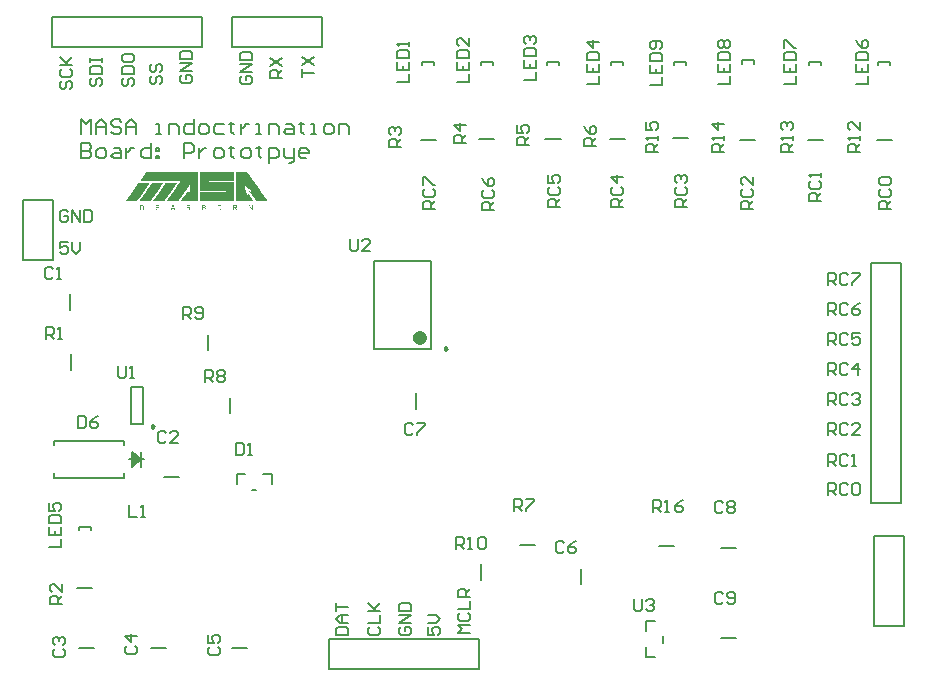
<source format=gto>
G04*
G04 #@! TF.GenerationSoftware,Altium Limited,Altium Designer,20.1.14 (287)*
G04*
G04 Layer_Color=65535*
%FSLAX25Y25*%
%MOIN*%
G70*
G04*
G04 #@! TF.SameCoordinates,77D899AC-DA5C-4649-B6D6-03D989B7329D*
G04*
G04*
G04 #@! TF.FilePolarity,Positive*
G04*
G01*
G75*
%ADD10C,0.02362*%
%ADD11C,0.00984*%
%ADD12C,0.00787*%
%ADD13C,0.00600*%
%ADD14C,0.00800*%
G36*
X459244Y289569D02*
X459353D01*
Y289460D01*
X459461D01*
Y289352D01*
X459570D01*
Y289243D01*
Y289135D01*
X459678D01*
Y289026D01*
X459787D01*
Y288918D01*
Y288809D01*
X459896D01*
Y288700D01*
X460004D01*
Y288592D01*
Y288483D01*
X460113D01*
Y288375D01*
X460221D01*
Y288266D01*
X460330D01*
Y288158D01*
Y288049D01*
X460438D01*
Y287940D01*
X460547D01*
Y287832D01*
Y287723D01*
X460656D01*
Y287615D01*
X460764D01*
Y287506D01*
X460873D01*
Y287398D01*
Y287289D01*
X460981D01*
Y287180D01*
X461090D01*
Y287072D01*
Y286963D01*
X461199D01*
Y286855D01*
X461307D01*
Y286746D01*
X461416D01*
Y286637D01*
Y286529D01*
X461524D01*
Y286420D01*
X461633D01*
Y286312D01*
Y286203D01*
X461741D01*
Y286094D01*
X461850D01*
Y285986D01*
Y285877D01*
X461959D01*
Y285769D01*
X462067D01*
Y285660D01*
X462176D01*
Y285552D01*
Y285443D01*
X462284D01*
Y285334D01*
X462393D01*
Y285226D01*
Y285117D01*
X462501D01*
Y285009D01*
X462610D01*
Y284900D01*
Y284792D01*
X462719D01*
Y284683D01*
X462827D01*
Y284574D01*
X462936D01*
Y284466D01*
Y284357D01*
X463044D01*
Y284249D01*
X463153D01*
Y284140D01*
Y284032D01*
X463262D01*
Y283923D01*
X463370D01*
Y283814D01*
X463479D01*
Y283706D01*
Y283597D01*
X463587D01*
Y283489D01*
X463696D01*
Y283380D01*
Y283272D01*
X463804D01*
Y283163D01*
X463913D01*
Y283054D01*
Y282946D01*
X464022D01*
Y282837D01*
X464130D01*
Y282729D01*
X464239D01*
Y282620D01*
Y282511D01*
X464347D01*
Y282403D01*
X464456D01*
Y282294D01*
Y282186D01*
X464565D01*
Y282077D01*
X464673D01*
Y281968D01*
X464782D01*
Y281860D01*
Y281751D01*
X464890D01*
Y281643D01*
X464999D01*
Y281534D01*
Y281426D01*
X465107D01*
Y281317D01*
X465216D01*
Y281208D01*
Y281100D01*
X465325D01*
Y280991D01*
X465433D01*
Y280883D01*
X465542D01*
Y280774D01*
Y280665D01*
X465650D01*
Y280557D01*
X465759D01*
Y280448D01*
Y280340D01*
X465868D01*
Y280231D01*
X462067D01*
Y280340D01*
X461959D01*
Y280448D01*
Y280557D01*
X461850D01*
Y280665D01*
X461741D01*
Y280774D01*
Y280883D01*
X461633D01*
Y280991D01*
X461524D01*
Y281100D01*
X461416D01*
Y281208D01*
Y281317D01*
X461307D01*
Y281426D01*
X461199D01*
Y281534D01*
Y281643D01*
X461090D01*
Y281751D01*
X460981D01*
Y281860D01*
Y281968D01*
X460873D01*
Y282077D01*
X460764D01*
Y282186D01*
X460656D01*
Y282294D01*
Y282403D01*
X460547D01*
Y282511D01*
X460438D01*
Y282620D01*
Y282729D01*
X460330D01*
Y282837D01*
X460221D01*
Y282946D01*
Y283054D01*
X460113D01*
Y283163D01*
X460004D01*
Y283272D01*
X459896D01*
Y283380D01*
X460113D01*
Y283272D01*
X460330D01*
Y283163D01*
X460547D01*
Y283054D01*
X460656D01*
Y283163D01*
X460547D01*
Y283272D01*
Y283380D01*
X460438D01*
Y283489D01*
Y283597D01*
X460330D01*
Y283706D01*
Y283814D01*
X460221D01*
Y283923D01*
X460004D01*
Y284032D01*
X459787D01*
Y284140D01*
X459570D01*
Y284249D01*
X459461D01*
Y284357D01*
Y284466D01*
X459353D01*
Y284574D01*
X459244D01*
Y284683D01*
X459135D01*
Y284792D01*
X459027D01*
Y284900D01*
X458810D01*
Y285009D01*
X458593D01*
Y285117D01*
X458376D01*
Y285226D01*
X458267D01*
Y285117D01*
Y285009D01*
Y284900D01*
Y284792D01*
Y284683D01*
Y284574D01*
Y284466D01*
Y284357D01*
X458376D01*
Y284249D01*
Y284140D01*
Y284032D01*
X458484D01*
Y283923D01*
Y283814D01*
X458593D01*
Y283706D01*
Y283597D01*
X458701D01*
Y283489D01*
Y283380D01*
Y283272D01*
Y283163D01*
Y283054D01*
X458593D01*
Y282946D01*
X458701D01*
Y282837D01*
X458810D01*
Y282729D01*
X458918D01*
Y282620D01*
X459027D01*
Y282511D01*
Y282403D01*
X459135D01*
Y282294D01*
X459353D01*
Y282403D01*
Y282511D01*
Y282620D01*
Y282729D01*
Y282837D01*
X459461D01*
Y282729D01*
X459570D01*
Y282620D01*
Y282511D01*
X459678D01*
Y282403D01*
X459787D01*
Y282294D01*
Y282186D01*
X459896D01*
Y282077D01*
X460004D01*
Y281968D01*
Y281860D01*
X460113D01*
Y281751D01*
X460221D01*
Y281643D01*
Y281534D01*
X460330D01*
Y281426D01*
X460438D01*
Y281317D01*
Y281208D01*
X460547D01*
Y281100D01*
X460656D01*
Y280991D01*
Y280883D01*
X460764D01*
Y280774D01*
X460873D01*
Y280665D01*
Y280557D01*
X460981D01*
Y280448D01*
X461090D01*
Y280340D01*
Y280231D01*
X455552D01*
Y280340D01*
Y280448D01*
Y280557D01*
Y280665D01*
Y280774D01*
Y280883D01*
Y280991D01*
Y281100D01*
Y281208D01*
Y281317D01*
Y281426D01*
Y281534D01*
Y281643D01*
Y281751D01*
Y281860D01*
Y281968D01*
Y282077D01*
Y282186D01*
Y282294D01*
Y282403D01*
Y282511D01*
Y282620D01*
Y282729D01*
Y282837D01*
Y282946D01*
Y283054D01*
Y283163D01*
Y283272D01*
Y283380D01*
Y283489D01*
Y283597D01*
Y283706D01*
Y283814D01*
Y283923D01*
Y284032D01*
Y284140D01*
Y284249D01*
Y284357D01*
Y284466D01*
Y284574D01*
Y284683D01*
Y284792D01*
Y284900D01*
Y285009D01*
Y285117D01*
Y285226D01*
Y285334D01*
Y285443D01*
Y285552D01*
Y285660D01*
Y285769D01*
Y285877D01*
Y285986D01*
Y286094D01*
Y286203D01*
Y286312D01*
Y286420D01*
Y286529D01*
Y286637D01*
Y286746D01*
Y286855D01*
Y286963D01*
Y287072D01*
Y287180D01*
Y287289D01*
Y287398D01*
Y287506D01*
Y287615D01*
Y287723D01*
Y287832D01*
Y287940D01*
Y288049D01*
Y288158D01*
Y288266D01*
Y288375D01*
Y288483D01*
Y288592D01*
Y288700D01*
Y288809D01*
Y288918D01*
Y289026D01*
Y289135D01*
Y289243D01*
Y289352D01*
Y289460D01*
Y289569D01*
Y289678D01*
X459244D01*
Y289569D01*
D02*
G37*
G36*
X454901D02*
Y289460D01*
Y289352D01*
Y289243D01*
Y289135D01*
Y289026D01*
Y288918D01*
Y288809D01*
Y288700D01*
Y288592D01*
Y288483D01*
Y288375D01*
Y288266D01*
Y288158D01*
Y288049D01*
Y287940D01*
Y287832D01*
Y287723D01*
Y287615D01*
Y287506D01*
Y287398D01*
Y287289D01*
Y287180D01*
Y287072D01*
Y286963D01*
Y286855D01*
X446432D01*
Y286746D01*
Y286637D01*
Y286529D01*
Y286420D01*
X454901D01*
Y286312D01*
Y286203D01*
Y286094D01*
Y285986D01*
Y285877D01*
Y285769D01*
Y285660D01*
Y285552D01*
Y285443D01*
Y285334D01*
Y285226D01*
Y285117D01*
Y285009D01*
Y284900D01*
Y284792D01*
Y284683D01*
Y284574D01*
Y284466D01*
Y284357D01*
Y284249D01*
Y284140D01*
Y284032D01*
Y283923D01*
Y283814D01*
Y283706D01*
Y283597D01*
Y283489D01*
Y283380D01*
Y283272D01*
Y283163D01*
Y283054D01*
Y282946D01*
Y282837D01*
Y282729D01*
Y282620D01*
Y282511D01*
Y282403D01*
Y282294D01*
Y282186D01*
Y282077D01*
Y281968D01*
Y281860D01*
Y281751D01*
Y281643D01*
Y281534D01*
Y281426D01*
Y281317D01*
Y281208D01*
Y281100D01*
Y280991D01*
Y280883D01*
Y280774D01*
Y280665D01*
Y280557D01*
Y280448D01*
Y280340D01*
Y280231D01*
X443500D01*
Y280340D01*
Y280448D01*
Y280557D01*
Y280665D01*
Y280774D01*
Y280883D01*
Y280991D01*
Y281100D01*
Y281208D01*
Y281317D01*
Y281426D01*
Y281534D01*
Y281643D01*
Y281751D01*
Y281860D01*
Y281968D01*
Y282077D01*
Y282186D01*
Y282294D01*
Y282403D01*
Y282511D01*
Y282620D01*
Y282729D01*
Y282837D01*
Y282946D01*
Y283054D01*
Y283163D01*
X451969D01*
Y283272D01*
Y283380D01*
Y283489D01*
X443500D01*
Y283597D01*
Y283706D01*
Y283814D01*
Y283923D01*
Y284032D01*
Y284140D01*
Y284249D01*
Y284357D01*
Y284466D01*
Y284574D01*
Y284683D01*
Y284792D01*
Y284900D01*
Y285009D01*
Y285117D01*
Y285226D01*
Y285334D01*
Y285443D01*
Y285552D01*
Y285660D01*
Y285769D01*
Y285877D01*
Y285986D01*
Y286094D01*
Y286203D01*
Y286312D01*
Y286420D01*
Y286529D01*
Y286637D01*
Y286746D01*
Y286855D01*
Y286963D01*
Y287072D01*
Y287180D01*
Y287289D01*
Y287398D01*
Y287506D01*
Y287615D01*
Y287723D01*
Y287832D01*
Y287940D01*
Y288049D01*
Y288158D01*
Y288266D01*
Y288375D01*
Y288483D01*
Y288592D01*
Y288700D01*
Y288809D01*
Y288918D01*
Y289026D01*
Y289135D01*
Y289243D01*
Y289352D01*
Y289460D01*
Y289569D01*
Y289678D01*
X454901D01*
Y289569D01*
D02*
G37*
G36*
X442848D02*
Y289460D01*
Y289352D01*
Y289243D01*
Y289135D01*
Y289026D01*
Y288918D01*
Y288809D01*
Y288700D01*
Y288592D01*
Y288483D01*
Y288375D01*
Y288266D01*
Y288158D01*
Y288049D01*
Y287940D01*
Y287832D01*
Y287723D01*
Y287615D01*
Y287506D01*
Y287398D01*
Y287289D01*
Y287180D01*
Y287072D01*
Y286963D01*
Y286855D01*
Y286746D01*
Y286637D01*
Y286529D01*
Y286420D01*
Y286312D01*
Y286203D01*
Y286094D01*
Y285986D01*
Y285877D01*
Y285769D01*
Y285660D01*
Y285552D01*
Y285443D01*
Y285334D01*
Y285226D01*
Y285117D01*
Y285009D01*
Y284900D01*
Y284792D01*
Y284683D01*
Y284574D01*
Y284466D01*
Y284357D01*
Y284249D01*
Y284140D01*
Y284032D01*
Y283923D01*
Y283814D01*
Y283706D01*
Y283597D01*
Y283489D01*
Y283380D01*
Y283272D01*
Y283163D01*
Y283054D01*
Y282946D01*
Y282837D01*
Y282729D01*
Y282620D01*
Y282511D01*
Y282403D01*
Y282294D01*
Y282186D01*
Y282077D01*
Y281968D01*
Y281860D01*
Y281751D01*
Y281643D01*
Y281534D01*
Y281426D01*
Y281317D01*
Y281208D01*
Y281100D01*
Y280991D01*
Y280883D01*
Y280774D01*
Y280665D01*
Y280557D01*
Y280448D01*
Y280340D01*
Y280231D01*
X437094D01*
Y280340D01*
X437202D01*
Y280448D01*
Y280557D01*
X437311D01*
Y280665D01*
X437420D01*
Y280774D01*
Y280883D01*
X437528D01*
Y280991D01*
X437637D01*
Y281100D01*
X437745D01*
Y281208D01*
Y281317D01*
X437854D01*
Y281426D01*
X437962D01*
Y281534D01*
Y281643D01*
X438071D01*
Y281751D01*
X438180D01*
Y281860D01*
X438288D01*
Y281968D01*
Y282077D01*
X438397D01*
Y282186D01*
X438505D01*
Y282294D01*
X438614D01*
Y282403D01*
Y282511D01*
X438723D01*
Y282620D01*
X438831D01*
Y282729D01*
Y282837D01*
X438940D01*
Y282946D01*
X439048D01*
Y283054D01*
X439157D01*
Y283163D01*
X440025D01*
Y283272D01*
Y283380D01*
Y283489D01*
Y283597D01*
Y283706D01*
Y283814D01*
Y283923D01*
Y284032D01*
Y284140D01*
Y284249D01*
Y284357D01*
Y284466D01*
Y284574D01*
Y284683D01*
Y284792D01*
Y284900D01*
Y285009D01*
Y285117D01*
Y285226D01*
Y285334D01*
Y285443D01*
Y285552D01*
X439917D01*
Y285443D01*
Y285334D01*
X439808D01*
Y285226D01*
X439700D01*
Y285117D01*
Y285009D01*
X439591D01*
Y284900D01*
X439482D01*
Y284792D01*
X439374D01*
Y284683D01*
Y284574D01*
X439265D01*
Y284466D01*
X439157D01*
Y284357D01*
Y284249D01*
X439048D01*
Y284140D01*
X438940D01*
Y284032D01*
Y283923D01*
X438831D01*
Y283814D01*
X438723D01*
Y283706D01*
Y283597D01*
X438614D01*
Y283489D01*
X438505D01*
Y283380D01*
Y283272D01*
X438397D01*
Y283163D01*
X438288D01*
Y283054D01*
X438180D01*
Y282946D01*
Y282837D01*
X438071D01*
Y282729D01*
X437962D01*
Y282620D01*
Y282511D01*
X437854D01*
Y282403D01*
X437745D01*
Y282294D01*
Y282186D01*
X437637D01*
Y282077D01*
X437528D01*
Y281968D01*
Y281860D01*
X437420D01*
Y281751D01*
X437311D01*
Y281643D01*
Y281534D01*
X437202D01*
Y281426D01*
X437094D01*
Y281317D01*
X436985D01*
Y281208D01*
Y281100D01*
X436877D01*
Y280991D01*
X436768D01*
Y280883D01*
Y280774D01*
X436659D01*
Y280665D01*
X436551D01*
Y280557D01*
Y280448D01*
X436442D01*
Y280340D01*
X436334D01*
Y280231D01*
X432425D01*
Y280340D01*
X432533D01*
Y280448D01*
Y280557D01*
X432642D01*
Y280665D01*
X432751D01*
Y280774D01*
X432859D01*
Y280883D01*
Y280991D01*
X432968D01*
Y281100D01*
X433076D01*
Y281208D01*
Y281317D01*
X433185D01*
Y281426D01*
X433293D01*
Y281534D01*
Y281643D01*
X433402D01*
Y281751D01*
X433511D01*
Y281860D01*
X433619D01*
Y281968D01*
Y282077D01*
X433728D01*
Y282186D01*
X433836D01*
Y282294D01*
Y282403D01*
X433945D01*
Y282511D01*
X434054D01*
Y282620D01*
Y282729D01*
X434162D01*
Y282837D01*
X434271D01*
Y282946D01*
X434379D01*
Y283054D01*
Y283163D01*
X434488D01*
Y283272D01*
X434596D01*
Y283380D01*
Y283489D01*
X434705D01*
Y283597D01*
X434814D01*
Y283706D01*
Y283814D01*
X434922D01*
Y283923D01*
X435031D01*
Y284032D01*
Y284140D01*
X435139D01*
Y284249D01*
X435248D01*
Y284357D01*
X435357D01*
Y284466D01*
Y284574D01*
X435465D01*
Y284683D01*
X435574D01*
Y284792D01*
Y284900D01*
X435682D01*
Y285009D01*
X435791D01*
Y285117D01*
X435899D01*
Y285226D01*
Y285334D01*
X436008D01*
Y285443D01*
X436117D01*
Y285552D01*
Y285660D01*
X436225D01*
Y285769D01*
X436334D01*
Y285877D01*
Y285986D01*
X436442D01*
Y286094D01*
X436551D01*
Y286203D01*
X436659D01*
Y286312D01*
Y286420D01*
X436768D01*
Y286529D01*
X436877D01*
Y286637D01*
Y286746D01*
X436985D01*
Y286855D01*
X423521D01*
Y286963D01*
X423630D01*
Y287072D01*
Y287180D01*
X423738D01*
Y287289D01*
X423847D01*
Y287398D01*
Y287506D01*
X423956D01*
Y287615D01*
X424064D01*
Y287723D01*
X424173D01*
Y287832D01*
Y287940D01*
X424281D01*
Y288049D01*
X424390D01*
Y288158D01*
Y288266D01*
X424499D01*
Y288375D01*
X424607D01*
Y288483D01*
Y288592D01*
X424716D01*
Y288700D01*
X424824D01*
Y288809D01*
Y288918D01*
X424933D01*
Y289026D01*
X425041D01*
Y289135D01*
X425150D01*
Y289243D01*
Y289352D01*
X425259D01*
Y289460D01*
X425367D01*
Y289569D01*
Y289678D01*
X442848D01*
Y289569D01*
D02*
G37*
G36*
X435791Y286094D02*
X435682D01*
Y285986D01*
Y285877D01*
X435574D01*
Y285769D01*
X435465D01*
Y285660D01*
Y285552D01*
X435357D01*
Y285443D01*
X435248D01*
Y285334D01*
X435139D01*
Y285226D01*
Y285117D01*
X435031D01*
Y285009D01*
X434922D01*
Y284900D01*
Y284792D01*
X434814D01*
Y284683D01*
X434705D01*
Y284574D01*
X434596D01*
Y284466D01*
Y284357D01*
X434488D01*
Y284249D01*
X434379D01*
Y284140D01*
Y284032D01*
X434271D01*
Y283923D01*
X434162D01*
Y283814D01*
Y283706D01*
X434054D01*
Y283597D01*
X433945D01*
Y283489D01*
Y283380D01*
X433836D01*
Y283272D01*
X433728D01*
Y283163D01*
X433619D01*
Y283054D01*
Y282946D01*
X433511D01*
Y282837D01*
X433402D01*
Y282729D01*
Y282620D01*
X433293D01*
Y282511D01*
X433185D01*
Y282403D01*
X433076D01*
Y282294D01*
Y282186D01*
X432968D01*
Y282077D01*
X432859D01*
Y281968D01*
Y281860D01*
X432751D01*
Y281751D01*
X432642D01*
Y281643D01*
Y281534D01*
X432533D01*
Y281426D01*
X432425D01*
Y281317D01*
Y281208D01*
X432316D01*
Y281100D01*
X432208D01*
Y280991D01*
X432099D01*
Y280883D01*
Y280774D01*
X431990D01*
Y280665D01*
X431882D01*
Y280557D01*
Y280448D01*
X431773D01*
Y280340D01*
X431665D01*
Y280231D01*
X427865D01*
Y280340D01*
X427973D01*
Y280448D01*
X428082D01*
Y280557D01*
Y280665D01*
X428190D01*
Y280774D01*
X428299D01*
Y280883D01*
X428407D01*
Y280991D01*
Y281100D01*
X428516D01*
Y281208D01*
X428624D01*
Y281317D01*
Y281426D01*
X428733D01*
Y281534D01*
X428842D01*
Y281643D01*
Y281751D01*
X428950D01*
Y281860D01*
X429059D01*
Y281968D01*
Y282077D01*
X429167D01*
Y282186D01*
X429276D01*
Y282294D01*
X429385D01*
Y282403D01*
Y282511D01*
X429493D01*
Y282620D01*
X429602D01*
Y282729D01*
X429710D01*
Y282837D01*
Y282946D01*
X429819D01*
Y283054D01*
X429927D01*
Y283163D01*
Y283272D01*
X430036D01*
Y283380D01*
X430145D01*
Y283489D01*
Y283597D01*
X430253D01*
Y283706D01*
X430362D01*
Y283814D01*
X430470D01*
Y283923D01*
Y284032D01*
X430579D01*
Y284140D01*
X430688D01*
Y284249D01*
Y284357D01*
X430796D01*
Y284466D01*
X430905D01*
Y284574D01*
X431013D01*
Y284683D01*
Y284792D01*
X431122D01*
Y284900D01*
X431230D01*
Y285009D01*
Y285117D01*
X431339D01*
Y285226D01*
X431448D01*
Y285334D01*
X431556D01*
Y285443D01*
Y285552D01*
X431665D01*
Y285660D01*
X431773D01*
Y285769D01*
Y285877D01*
X431882D01*
Y285986D01*
X431990D01*
Y286094D01*
Y286203D01*
X435791D01*
Y286094D01*
D02*
G37*
G36*
X431230D02*
X431122D01*
Y285986D01*
X431013D01*
Y285877D01*
Y285769D01*
X430905D01*
Y285660D01*
X430796D01*
Y285552D01*
Y285443D01*
X430688D01*
Y285334D01*
X430579D01*
Y285226D01*
Y285117D01*
X430470D01*
Y285009D01*
X430362D01*
Y284900D01*
X430253D01*
Y284792D01*
Y284683D01*
X430145D01*
Y284574D01*
X430036D01*
Y284466D01*
Y284357D01*
X429927D01*
Y284249D01*
X429819D01*
Y284140D01*
Y284032D01*
X429710D01*
Y283923D01*
X429602D01*
Y283814D01*
X429493D01*
Y283706D01*
Y283597D01*
X429385D01*
Y283489D01*
X429276D01*
Y283380D01*
Y283272D01*
X429167D01*
Y283163D01*
X429059D01*
Y283054D01*
Y282946D01*
X428950D01*
Y282837D01*
X428842D01*
Y282729D01*
X428733D01*
Y282620D01*
Y282511D01*
X428624D01*
Y282403D01*
X428516D01*
Y282294D01*
Y282186D01*
X428407D01*
Y282077D01*
X428299D01*
Y281968D01*
Y281860D01*
X428190D01*
Y281751D01*
X428082D01*
Y281643D01*
X427973D01*
Y281534D01*
Y281426D01*
X427865D01*
Y281317D01*
X427756D01*
Y281208D01*
Y281100D01*
X427647D01*
Y280991D01*
X427539D01*
Y280883D01*
Y280774D01*
X427430D01*
Y280665D01*
X427322D01*
Y280557D01*
X427213D01*
Y280448D01*
Y280340D01*
X427104D01*
Y280231D01*
X423304D01*
Y280340D01*
X423413D01*
Y280448D01*
Y280557D01*
X423521D01*
Y280665D01*
X423630D01*
Y280774D01*
X423738D01*
Y280883D01*
Y280991D01*
X423847D01*
Y281100D01*
X423956D01*
Y281208D01*
Y281317D01*
X424064D01*
Y281426D01*
X424173D01*
Y281534D01*
X424281D01*
Y281643D01*
Y281751D01*
X424390D01*
Y281860D01*
X424499D01*
Y281968D01*
Y282077D01*
X424607D01*
Y282186D01*
X424716D01*
Y282294D01*
X424824D01*
Y282403D01*
Y282511D01*
X424933D01*
Y282620D01*
X425041D01*
Y282729D01*
Y282837D01*
X425150D01*
Y282946D01*
X425259D01*
Y283054D01*
Y283163D01*
X425367D01*
Y283272D01*
X425476D01*
Y283380D01*
X425584D01*
Y283489D01*
Y283597D01*
X425693D01*
Y283706D01*
X425802D01*
Y283814D01*
Y283923D01*
X425910D01*
Y284032D01*
X426019D01*
Y284140D01*
X426127D01*
Y284249D01*
Y284357D01*
X426236D01*
Y284466D01*
X426344D01*
Y284574D01*
Y284683D01*
X426453D01*
Y284792D01*
X426561D01*
Y284900D01*
X426670D01*
Y285009D01*
Y285117D01*
X426779D01*
Y285226D01*
X426887D01*
Y285334D01*
Y285443D01*
X426996D01*
Y285552D01*
X427104D01*
Y285660D01*
X427213D01*
Y285769D01*
Y285877D01*
X427322D01*
Y285986D01*
X427430D01*
Y286094D01*
Y286203D01*
X431230D01*
Y286094D01*
D02*
G37*
G36*
X426670D02*
Y285986D01*
X426561D01*
Y285877D01*
X426453D01*
Y285769D01*
X426344D01*
Y285660D01*
Y285552D01*
X426236D01*
Y285443D01*
X426127D01*
Y285334D01*
Y285226D01*
X426019D01*
Y285117D01*
X425910D01*
Y285009D01*
Y284900D01*
X425802D01*
Y284792D01*
X425693D01*
Y284683D01*
X425584D01*
Y284574D01*
Y284466D01*
X425476D01*
Y284357D01*
X425367D01*
Y284249D01*
Y284140D01*
X425259D01*
Y284032D01*
X425150D01*
Y283923D01*
Y283814D01*
X425041D01*
Y283706D01*
X424933D01*
Y283597D01*
X424824D01*
Y283489D01*
Y283380D01*
X424716D01*
Y283272D01*
X424607D01*
Y283163D01*
Y283054D01*
X424499D01*
Y282946D01*
X424390D01*
Y282837D01*
Y282729D01*
X424281D01*
Y282620D01*
X424173D01*
Y282511D01*
X424064D01*
Y282403D01*
Y282294D01*
X423956D01*
Y282186D01*
X423847D01*
Y282077D01*
Y281968D01*
X423738D01*
Y281860D01*
X423630D01*
Y281751D01*
Y281643D01*
X423521D01*
Y281534D01*
X423413D01*
Y281426D01*
X423304D01*
Y281317D01*
Y281208D01*
X423196D01*
Y281100D01*
X423087D01*
Y280991D01*
Y280883D01*
X422978D01*
Y280774D01*
X422870D01*
Y280665D01*
Y280557D01*
X422761D01*
Y280448D01*
X422653D01*
Y280340D01*
X422544D01*
Y280231D01*
X418852D01*
Y280340D01*
Y280448D01*
X418961D01*
Y280557D01*
X419069D01*
Y280665D01*
Y280774D01*
X419178D01*
Y280883D01*
X419287D01*
Y280991D01*
Y281100D01*
X419395D01*
Y281208D01*
X419504D01*
Y281317D01*
X419612D01*
Y281426D01*
Y281534D01*
X419721D01*
Y281643D01*
X419830D01*
Y281751D01*
Y281860D01*
X419938D01*
Y281968D01*
X420047D01*
Y282077D01*
X420155D01*
Y282186D01*
Y282294D01*
X420264D01*
Y282403D01*
X420372D01*
Y282511D01*
Y282620D01*
X420481D01*
Y282729D01*
X420590D01*
Y282837D01*
Y282946D01*
X420698D01*
Y283054D01*
X420807D01*
Y283163D01*
X420915D01*
Y283272D01*
Y283380D01*
X421024D01*
Y283489D01*
X421133D01*
Y283597D01*
Y283706D01*
X421241D01*
Y283814D01*
X421350D01*
Y283923D01*
X421458D01*
Y284032D01*
Y284140D01*
X421567D01*
Y284249D01*
X421675D01*
Y284357D01*
Y284466D01*
X421784D01*
Y284574D01*
X421893D01*
Y284683D01*
X422001D01*
Y284792D01*
Y284900D01*
X422110D01*
Y285009D01*
X422218D01*
Y285117D01*
Y285226D01*
X422327D01*
Y285334D01*
X422436D01*
Y285443D01*
X422544D01*
Y285552D01*
Y285660D01*
X422653D01*
Y285769D01*
X422761D01*
Y285877D01*
Y285986D01*
X422870D01*
Y286094D01*
X422978D01*
Y286203D01*
X426670D01*
Y286094D01*
D02*
G37*
G36*
X460981Y278711D02*
Y278603D01*
Y278494D01*
Y278385D01*
Y278277D01*
Y278168D01*
Y278060D01*
Y277951D01*
Y277842D01*
Y277734D01*
Y277625D01*
Y277517D01*
Y277408D01*
Y277299D01*
Y277191D01*
Y277082D01*
X460764D01*
Y277191D01*
X460656D01*
Y277299D01*
Y277408D01*
X460547D01*
Y277517D01*
X460438D01*
Y277625D01*
Y277734D01*
X460330D01*
Y277842D01*
X460221D01*
Y277951D01*
Y278060D01*
X460113D01*
Y278168D01*
X460004D01*
Y278277D01*
Y278385D01*
X459896D01*
Y278277D01*
Y278168D01*
Y278060D01*
Y277951D01*
Y277842D01*
Y277734D01*
Y277625D01*
Y277517D01*
Y277408D01*
Y277299D01*
Y277191D01*
Y277082D01*
X459678D01*
Y277191D01*
Y277299D01*
Y277408D01*
Y277517D01*
Y277625D01*
Y277734D01*
Y277842D01*
Y277951D01*
Y278060D01*
Y278168D01*
Y278277D01*
Y278385D01*
Y278494D01*
Y278603D01*
Y278711D01*
Y278820D01*
X460004D01*
Y278711D01*
Y278603D01*
X460113D01*
Y278494D01*
X460221D01*
Y278385D01*
Y278277D01*
X460330D01*
Y278168D01*
X460438D01*
Y278060D01*
Y277951D01*
X460547D01*
Y277842D01*
X460656D01*
Y277734D01*
Y277625D01*
X460764D01*
Y277734D01*
Y277842D01*
Y277951D01*
Y278060D01*
Y278168D01*
Y278277D01*
Y278385D01*
Y278494D01*
Y278603D01*
Y278711D01*
Y278820D01*
X460981D01*
Y278711D01*
D02*
G37*
G36*
X455552D02*
X455661D01*
Y278603D01*
Y278494D01*
Y278385D01*
X455769D01*
Y278277D01*
Y278168D01*
X455661D01*
Y278060D01*
Y277951D01*
X455552D01*
Y277842D01*
X455444D01*
Y277734D01*
Y277625D01*
X455552D01*
Y277517D01*
Y277408D01*
X455661D01*
Y277299D01*
Y277191D01*
X455769D01*
Y277082D01*
X455444D01*
Y277191D01*
Y277299D01*
Y277408D01*
X455335D01*
Y277517D01*
Y277625D01*
X455227D01*
Y277734D01*
X455118D01*
Y277842D01*
X454792D01*
Y277734D01*
Y277625D01*
Y277517D01*
Y277408D01*
Y277299D01*
Y277191D01*
Y277082D01*
X454467D01*
Y277191D01*
Y277299D01*
Y277408D01*
Y277517D01*
Y277625D01*
Y277734D01*
Y277842D01*
Y277951D01*
Y278060D01*
Y278168D01*
Y278277D01*
Y278385D01*
Y278494D01*
Y278603D01*
Y278711D01*
Y278820D01*
X455552D01*
Y278711D01*
D02*
G37*
G36*
X450015Y278820D02*
X450341D01*
Y278711D01*
X450449D01*
Y278603D01*
X450558D01*
Y278494D01*
Y278385D01*
Y278277D01*
Y278168D01*
Y278060D01*
Y277951D01*
Y277842D01*
Y277734D01*
Y277625D01*
Y277517D01*
Y277408D01*
Y277299D01*
X450449D01*
Y277191D01*
X450341D01*
Y277082D01*
X449472D01*
Y277191D01*
X449363D01*
Y277299D01*
X449255D01*
Y277408D01*
Y277517D01*
Y277625D01*
Y277734D01*
Y277842D01*
Y277951D01*
Y278060D01*
Y278168D01*
Y278277D01*
Y278385D01*
Y278494D01*
Y278603D01*
X449363D01*
Y278711D01*
X449472D01*
Y278820D01*
X449798D01*
Y278928D01*
X450015D01*
Y278820D01*
D02*
G37*
G36*
X445129Y278711D02*
X445237D01*
Y278603D01*
Y278494D01*
X445346D01*
Y278385D01*
Y278277D01*
X445237D01*
Y278168D01*
Y278060D01*
X445129D01*
Y277951D01*
X445237D01*
Y277842D01*
Y277734D01*
X445346D01*
Y277625D01*
Y277517D01*
Y277408D01*
X445237D01*
Y277299D01*
Y277191D01*
X445129D01*
Y277082D01*
X444151D01*
Y277191D01*
Y277299D01*
Y277408D01*
Y277517D01*
Y277625D01*
Y277734D01*
Y277842D01*
Y277951D01*
Y278060D01*
Y278168D01*
Y278277D01*
Y278385D01*
Y278494D01*
Y278603D01*
Y278711D01*
Y278820D01*
X445129D01*
Y278711D01*
D02*
G37*
G36*
X440025D02*
X440134D01*
Y278603D01*
Y278494D01*
Y278385D01*
Y278277D01*
Y278168D01*
Y278060D01*
Y277951D01*
X440025D01*
Y277842D01*
X439917D01*
Y277734D01*
Y277625D01*
X440025D01*
Y277517D01*
Y277408D01*
X440134D01*
Y277299D01*
Y277191D01*
X440243D01*
Y277082D01*
X439917D01*
Y277191D01*
Y277299D01*
X439808D01*
Y277408D01*
Y277517D01*
X439700D01*
Y277625D01*
Y277734D01*
X439591D01*
Y277842D01*
X439157D01*
Y277734D01*
Y277625D01*
Y277517D01*
Y277408D01*
Y277299D01*
Y277191D01*
Y277082D01*
X438940D01*
Y277191D01*
Y277299D01*
Y277408D01*
Y277517D01*
Y277625D01*
Y277734D01*
Y277842D01*
Y277951D01*
Y278060D01*
Y278168D01*
Y278277D01*
Y278385D01*
Y278494D01*
Y278603D01*
Y278711D01*
Y278820D01*
X440025D01*
Y278711D01*
D02*
G37*
G36*
X434488D02*
X434596D01*
Y278603D01*
Y278494D01*
Y278385D01*
X434705D01*
Y278277D01*
Y278168D01*
X434814D01*
Y278060D01*
Y277951D01*
Y277842D01*
X434922D01*
Y277734D01*
Y277625D01*
Y277517D01*
X435031D01*
Y277408D01*
Y277299D01*
Y277191D01*
X435139D01*
Y277082D01*
X434814D01*
Y277191D01*
Y277299D01*
Y277408D01*
X434705D01*
Y277517D01*
X434054D01*
Y277408D01*
X433945D01*
Y277299D01*
Y277191D01*
Y277082D01*
X433619D01*
Y277191D01*
Y277299D01*
X433728D01*
Y277408D01*
Y277517D01*
X433836D01*
Y277625D01*
Y277734D01*
Y277842D01*
X433945D01*
Y277951D01*
Y278060D01*
Y278168D01*
X434054D01*
Y278277D01*
Y278385D01*
Y278494D01*
X434162D01*
Y278603D01*
Y278711D01*
X434271D01*
Y278820D01*
X434488D01*
Y278711D01*
D02*
G37*
G36*
X429819D02*
X429710D01*
Y278603D01*
X428842D01*
Y278494D01*
Y278385D01*
Y278277D01*
Y278168D01*
Y278060D01*
X429710D01*
Y277951D01*
X429602D01*
Y277842D01*
X428842D01*
Y277734D01*
Y277625D01*
Y277517D01*
Y277408D01*
X428950D01*
Y277299D01*
X429819D01*
Y277191D01*
X429710D01*
Y277082D01*
X428733D01*
Y277191D01*
X428624D01*
Y277299D01*
Y277408D01*
Y277517D01*
Y277625D01*
Y277734D01*
Y277842D01*
Y277951D01*
Y278060D01*
Y278168D01*
Y278277D01*
Y278385D01*
Y278494D01*
Y278603D01*
Y278711D01*
X428733D01*
Y278820D01*
X429819D01*
Y278711D01*
D02*
G37*
G36*
X424390D02*
X424499D01*
Y278603D01*
X424607D01*
Y278494D01*
Y278385D01*
X424716D01*
Y278277D01*
Y278168D01*
Y278060D01*
Y277951D01*
Y277842D01*
Y277734D01*
Y277625D01*
X424607D01*
Y277517D01*
Y277408D01*
Y277299D01*
X424499D01*
Y277191D01*
X424281D01*
Y277082D01*
X423413D01*
Y277191D01*
Y277299D01*
Y277408D01*
Y277517D01*
Y277625D01*
Y277734D01*
Y277842D01*
Y277951D01*
Y278060D01*
Y278168D01*
Y278277D01*
Y278385D01*
Y278494D01*
Y278603D01*
Y278711D01*
Y278820D01*
X424390D01*
Y278711D01*
D02*
G37*
%LPC*%
G36*
X455444Y278603D02*
X454792D01*
Y278494D01*
Y278385D01*
Y278277D01*
Y278168D01*
Y278060D01*
X455444D01*
Y278168D01*
Y278277D01*
Y278385D01*
Y278494D01*
Y278603D01*
D02*
G37*
G36*
X450232D02*
X449580D01*
Y278494D01*
X449472D01*
Y278385D01*
Y278277D01*
Y278168D01*
Y278060D01*
Y277951D01*
Y277842D01*
Y277734D01*
Y277625D01*
Y277517D01*
Y277408D01*
X449580D01*
Y277299D01*
X450232D01*
Y277408D01*
X450341D01*
Y277517D01*
Y277625D01*
Y277734D01*
Y277842D01*
Y277951D01*
Y278060D01*
Y278168D01*
Y278277D01*
Y278385D01*
Y278494D01*
X450232D01*
Y278603D01*
D02*
G37*
G36*
X445020D02*
X444369D01*
Y278494D01*
Y278385D01*
Y278277D01*
Y278168D01*
X445020D01*
Y278277D01*
Y278385D01*
Y278494D01*
Y278603D01*
D02*
G37*
G36*
Y277842D02*
X444369D01*
Y277734D01*
Y277625D01*
Y277517D01*
Y277408D01*
Y277299D01*
X445020D01*
Y277408D01*
Y277517D01*
X445129D01*
Y277625D01*
X445020D01*
Y277734D01*
Y277842D01*
D02*
G37*
G36*
X439917Y278603D02*
X439157D01*
Y278494D01*
Y278385D01*
Y278277D01*
Y278168D01*
Y278060D01*
X439917D01*
Y278168D01*
Y278277D01*
Y278385D01*
Y278494D01*
Y278603D01*
D02*
G37*
G36*
X434488Y278385D02*
X434271D01*
Y278277D01*
Y278168D01*
Y278060D01*
X434162D01*
Y277951D01*
Y277842D01*
Y277734D01*
X434596D01*
Y277842D01*
Y277951D01*
Y278060D01*
X434488D01*
Y278168D01*
Y278277D01*
Y278385D01*
D02*
G37*
G36*
X424281Y278603D02*
X423630D01*
Y278494D01*
Y278385D01*
Y278277D01*
Y278168D01*
Y278060D01*
Y277951D01*
Y277842D01*
Y277734D01*
Y277625D01*
Y277517D01*
Y277408D01*
Y277299D01*
X424281D01*
Y277408D01*
X424390D01*
Y277517D01*
Y277625D01*
Y277734D01*
X424499D01*
Y277842D01*
Y277951D01*
Y278060D01*
Y278168D01*
Y278277D01*
X424390D01*
Y278385D01*
Y278494D01*
X424281D01*
Y278603D01*
D02*
G37*
%LPD*%
D10*
X517693Y234673D02*
X517248Y235597D01*
X516249Y235825D01*
X515448Y235186D01*
Y234161D01*
X516249Y233522D01*
X517248Y233750D01*
X517693Y234673D01*
D11*
X525665Y230933D02*
X524927Y231359D01*
Y230507D01*
X525665Y230933D01*
X428012Y205012D02*
X427274Y205438D01*
Y204586D01*
X428012Y205012D01*
D12*
X668000Y138500D02*
X678000D01*
X668000D02*
Y168500D01*
X678000D01*
Y138500D02*
Y168500D01*
X501551Y260264D02*
X520449D01*
X501551Y230736D02*
X520449D01*
X501551D02*
Y260264D01*
X520449Y230736D02*
Y260264D01*
X515563Y210941D02*
Y216059D01*
X403031Y171591D02*
X406968D01*
X403031Y170409D02*
Y171591D01*
X406968Y170409D02*
Y171591D01*
X402441Y151000D02*
X407559D01*
X402941Y131000D02*
X408059D01*
X453941Y131063D02*
X459059D01*
X426941Y131000D02*
X432059D01*
X384500Y260500D02*
X394500D01*
X384500D02*
Y280500D01*
X394500D01*
Y260500D02*
Y280500D01*
X420532Y205898D02*
X424469D01*
X420532Y218102D02*
X424469D01*
Y205898D02*
Y218102D01*
X420532Y205898D02*
Y218102D01*
X446000Y230441D02*
Y235559D01*
X431441Y188000D02*
X436559D01*
X460811Y183744D02*
X462189D01*
X467406Y185811D02*
Y189256D01*
X455594D02*
X458449D01*
X464551D02*
X467406D01*
X455594Y185811D02*
Y189256D01*
X400000Y243941D02*
Y249059D01*
X400500Y223941D02*
Y229059D01*
X453500Y209441D02*
Y214559D01*
X517531Y326590D02*
X521468D01*
X517531Y325410D02*
Y326590D01*
X521468Y325410D02*
Y326590D01*
X537032D02*
X540969D01*
X537032Y325410D02*
Y326590D01*
X540969Y325410D02*
Y326590D01*
X559031D02*
X562968D01*
X559031Y325410D02*
Y326590D01*
X562968Y325410D02*
Y326590D01*
X580532D02*
X584469D01*
X580532Y325410D02*
Y326590D01*
X584469Y325410D02*
Y326590D01*
X601532D02*
X605469D01*
X601532Y325410D02*
Y326590D01*
X605469Y325410D02*
Y326590D01*
X624031Y327091D02*
X627969D01*
X624031Y325909D02*
Y327091D01*
X627969Y325909D02*
Y327091D01*
X646531Y326590D02*
X650468D01*
X646531Y325410D02*
Y326590D01*
X650468Y325410D02*
Y326590D01*
X669531D02*
X673468D01*
X669531Y325410D02*
Y326590D01*
X673468Y325410D02*
Y326590D01*
X668941Y300500D02*
X674059D01*
X645941D02*
X651059D01*
X623441D02*
X628559D01*
X600941Y301000D02*
X606059D01*
X579941Y300937D02*
X585059D01*
X558551D02*
X563669D01*
X536441D02*
X541559D01*
X486500Y124000D02*
Y134000D01*
X536500D01*
X486500Y124000D02*
X536500D01*
Y134000D01*
X667000Y179500D02*
Y259500D01*
Y179500D02*
X677000D01*
Y259500D01*
X667000D02*
X677000D01*
X596441Y165000D02*
X601559D01*
X516941Y300500D02*
X522059D01*
X570500Y152441D02*
Y157559D01*
X549941Y165437D02*
X555059D01*
X537000Y153941D02*
Y159059D01*
X597756Y132917D02*
Y135083D01*
X592244Y139984D02*
X595098D01*
X592244Y128016D02*
Y131342D01*
Y136658D02*
Y139984D01*
Y128016D02*
X595098D01*
X616941Y164500D02*
X622059D01*
X616941Y134437D02*
X622059D01*
X454000Y341500D02*
X484000D01*
X454000Y331500D02*
Y341500D01*
Y331500D02*
X484000D01*
Y341500D01*
X394000Y331500D02*
Y341500D01*
X444000D01*
X394000Y331500D02*
X444000D01*
Y341500D01*
D13*
X418200Y198660D02*
Y200200D01*
Y187800D02*
Y189340D01*
X394800Y187800D02*
X418200D01*
X394800Y198660D02*
Y200200D01*
X418200D01*
X420700Y191500D02*
Y196500D01*
Y194500D02*
X423700Y194000D01*
X420700Y195000D02*
X423700Y194000D01*
X420700Y195500D02*
X423700Y194000D01*
X420700Y196000D02*
X423700Y194000D01*
X420700Y196500D02*
X423700Y194000D01*
X420700Y193500D02*
X423700Y194000D01*
X420700Y193000D02*
X423700Y194000D01*
X420700Y192500D02*
X423700Y194000D01*
X420700Y192000D02*
X423700Y194000D01*
X420700Y191500D02*
X423700Y194000D01*
Y191500D02*
Y196500D01*
X419700Y194000D02*
X424700D01*
X394800Y187800D02*
Y189340D01*
X399266Y266599D02*
X396600D01*
Y264599D01*
X397933Y265266D01*
X398599D01*
X399266Y264599D01*
Y263266D01*
X398599Y262600D01*
X397266D01*
X396600Y263266D01*
X400599Y266599D02*
Y263933D01*
X401932Y262600D01*
X403265Y263933D01*
Y266599D01*
X399266Y276432D02*
X398599Y277099D01*
X397266D01*
X396600Y276432D01*
Y273766D01*
X397266Y273100D01*
X398599D01*
X399266Y273766D01*
Y275099D01*
X397933D01*
X400599Y273100D02*
Y277099D01*
X403265Y273100D01*
Y277099D01*
X404597D02*
Y273100D01*
X406597D01*
X407263Y273766D01*
Y276432D01*
X406597Y277099D01*
X404597D01*
X488901Y135600D02*
X492900D01*
Y137599D01*
X492234Y138266D01*
X489568D01*
X488901Y137599D01*
Y135600D01*
X492900Y139599D02*
X490234D01*
X488901Y140932D01*
X490234Y142264D01*
X492900D01*
X490901D01*
Y139599D01*
X488901Y143597D02*
Y146263D01*
Y144930D01*
X492900D01*
X500068Y138266D02*
X499401Y137599D01*
Y136267D01*
X500068Y135600D01*
X502734D01*
X503400Y136267D01*
Y137599D01*
X502734Y138266D01*
X499401Y139599D02*
X503400D01*
Y142264D01*
X499401Y143597D02*
X503400D01*
X502067D01*
X499401Y146263D01*
X501401Y144264D01*
X503400Y146263D01*
X510568Y138266D02*
X509901Y137599D01*
Y136267D01*
X510568Y135600D01*
X513234D01*
X513900Y136267D01*
Y137599D01*
X513234Y138266D01*
X511901D01*
Y136933D01*
X513900Y139599D02*
X509901D01*
X513900Y142264D01*
X509901D01*
Y143597D02*
X513900D01*
Y145597D01*
X513234Y146263D01*
X510568D01*
X509901Y145597D01*
Y143597D01*
X519401Y138266D02*
Y135600D01*
X521401D01*
X520734Y136933D01*
Y137599D01*
X521401Y138266D01*
X522734D01*
X523400Y137599D01*
Y136267D01*
X522734Y135600D01*
X519401Y139599D02*
X522067D01*
X523400Y140932D01*
X522067Y142264D01*
X519401D01*
X533400Y136100D02*
X529401D01*
X530734Y137433D01*
X529401Y138766D01*
X533400D01*
X530068Y142764D02*
X529401Y142098D01*
Y140765D01*
X530068Y140099D01*
X532734D01*
X533400Y140765D01*
Y142098D01*
X532734Y142764D01*
X529401Y144097D02*
X533400D01*
Y146763D01*
Y148096D02*
X529401D01*
Y150095D01*
X530068Y150762D01*
X531401D01*
X532067Y150095D01*
Y148096D01*
Y149429D02*
X533400Y150762D01*
X477401Y321600D02*
Y324266D01*
Y322933D01*
X481400D01*
X477401Y325599D02*
X481400Y328264D01*
X477401D02*
X481400Y325599D01*
X470900Y321100D02*
X466901D01*
Y323099D01*
X467568Y323766D01*
X468901D01*
X469567Y323099D01*
Y321100D01*
Y322433D02*
X470900Y323766D01*
X466901Y325099D02*
X470900Y327765D01*
X466901D02*
X470900Y325099D01*
X457568Y321766D02*
X456901Y321099D01*
Y319766D01*
X457568Y319100D01*
X460234D01*
X460900Y319766D01*
Y321099D01*
X460234Y321766D01*
X458901D01*
Y320433D01*
X460900Y323099D02*
X456901D01*
X460900Y325764D01*
X456901D01*
Y327097D02*
X460900D01*
Y329097D01*
X460234Y329763D01*
X457568D01*
X456901Y329097D01*
Y327097D01*
X437568Y322266D02*
X436901Y321599D01*
Y320266D01*
X437568Y319600D01*
X440234D01*
X440900Y320266D01*
Y321599D01*
X440234Y322266D01*
X438901D01*
Y320933D01*
X440900Y323599D02*
X436901D01*
X440900Y326265D01*
X436901D01*
Y327597D02*
X440900D01*
Y329597D01*
X440234Y330263D01*
X437568D01*
X436901Y329597D01*
Y327597D01*
X427568Y321766D02*
X426901Y321099D01*
Y319766D01*
X427568Y319100D01*
X428234D01*
X428901Y319766D01*
Y321099D01*
X429567Y321766D01*
X430234D01*
X430900Y321099D01*
Y319766D01*
X430234Y319100D01*
X427568Y325764D02*
X426901Y325098D01*
Y323765D01*
X427568Y323099D01*
X428234D01*
X428901Y323765D01*
Y325098D01*
X429567Y325764D01*
X430234D01*
X430900Y325098D01*
Y323765D01*
X430234Y323099D01*
X418068Y321266D02*
X417401Y320599D01*
Y319266D01*
X418068Y318600D01*
X418734D01*
X419401Y319266D01*
Y320599D01*
X420067Y321266D01*
X420734D01*
X421400Y320599D01*
Y319266D01*
X420734Y318600D01*
X417401Y322599D02*
X421400D01*
Y324598D01*
X420734Y325265D01*
X418068D01*
X417401Y324598D01*
Y322599D01*
Y328597D02*
Y327264D01*
X418068Y326597D01*
X420734D01*
X421400Y327264D01*
Y328597D01*
X420734Y329263D01*
X418068D01*
X417401Y328597D01*
X407568Y321266D02*
X406901Y320599D01*
Y319266D01*
X407568Y318600D01*
X408234D01*
X408901Y319266D01*
Y320599D01*
X409567Y321266D01*
X410234D01*
X410900Y320599D01*
Y319266D01*
X410234Y318600D01*
X406901Y322599D02*
X410900D01*
Y324598D01*
X410234Y325265D01*
X407568D01*
X406901Y324598D01*
Y322599D01*
Y326597D02*
Y327930D01*
Y327264D01*
X410900D01*
Y326597D01*
Y327930D01*
X397568Y320266D02*
X396901Y319599D01*
Y318266D01*
X397568Y317600D01*
X398234D01*
X398901Y318266D01*
Y319599D01*
X399567Y320266D01*
X400234D01*
X400900Y319599D01*
Y318266D01*
X400234Y317600D01*
X397568Y324265D02*
X396901Y323598D01*
Y322265D01*
X397568Y321599D01*
X400234D01*
X400900Y322265D01*
Y323598D01*
X400234Y324265D01*
X396901Y325597D02*
X400900D01*
X399567D01*
X396901Y328263D01*
X398901Y326264D01*
X400900Y328263D01*
X521900Y277600D02*
X517901D01*
Y279599D01*
X518568Y280266D01*
X519901D01*
X520567Y279599D01*
Y277600D01*
Y278933D02*
X521900Y280266D01*
X518568Y284264D02*
X517901Y283598D01*
Y282265D01*
X518568Y281599D01*
X521234D01*
X521900Y282265D01*
Y283598D01*
X521234Y284264D01*
X517901Y285597D02*
Y288263D01*
X518568D01*
X521234Y285597D01*
X521900D01*
X541400Y277100D02*
X537401D01*
Y279099D01*
X538068Y279766D01*
X539401D01*
X540067Y279099D01*
Y277100D01*
Y278433D02*
X541400Y279766D01*
X538068Y283765D02*
X537401Y283098D01*
Y281765D01*
X538068Y281099D01*
X540734D01*
X541400Y281765D01*
Y283098D01*
X540734Y283765D01*
X537401Y287763D02*
X538068Y286430D01*
X539401Y285097D01*
X540734D01*
X541400Y285764D01*
Y287097D01*
X540734Y287763D01*
X540067D01*
X539401Y287097D01*
Y285097D01*
X563400Y278100D02*
X559401D01*
Y280099D01*
X560068Y280766D01*
X561401D01*
X562067Y280099D01*
Y278100D01*
Y279433D02*
X563400Y280766D01*
X560068Y284765D02*
X559401Y284098D01*
Y282765D01*
X560068Y282099D01*
X562734D01*
X563400Y282765D01*
Y284098D01*
X562734Y284765D01*
X559401Y288763D02*
Y286097D01*
X561401D01*
X560734Y287430D01*
Y288097D01*
X561401Y288763D01*
X562734D01*
X563400Y288097D01*
Y286764D01*
X562734Y286097D01*
X584400Y278100D02*
X580401D01*
Y280099D01*
X581068Y280766D01*
X582401D01*
X583067Y280099D01*
Y278100D01*
Y279433D02*
X584400Y280766D01*
X581068Y284765D02*
X580401Y284098D01*
Y282765D01*
X581068Y282099D01*
X583734D01*
X584400Y282765D01*
Y284098D01*
X583734Y284765D01*
X584400Y288097D02*
X580401D01*
X582401Y286097D01*
Y288763D01*
X605900Y278100D02*
X601901D01*
Y280099D01*
X602568Y280766D01*
X603901D01*
X604567Y280099D01*
Y278100D01*
Y279433D02*
X605900Y280766D01*
X602568Y284765D02*
X601901Y284098D01*
Y282765D01*
X602568Y282099D01*
X605234D01*
X605900Y282765D01*
Y284098D01*
X605234Y284765D01*
X602568Y286097D02*
X601901Y286764D01*
Y288097D01*
X602568Y288763D01*
X603234D01*
X603901Y288097D01*
Y287430D01*
Y288097D01*
X604567Y288763D01*
X605234D01*
X605900Y288097D01*
Y286764D01*
X605234Y286097D01*
X627900Y277600D02*
X623901D01*
Y279599D01*
X624568Y280266D01*
X625901D01*
X626567Y279599D01*
Y277600D01*
Y278933D02*
X627900Y280266D01*
X624568Y284264D02*
X623901Y283598D01*
Y282265D01*
X624568Y281599D01*
X627234D01*
X627900Y282265D01*
Y283598D01*
X627234Y284264D01*
X627900Y288263D02*
Y285597D01*
X625234Y288263D01*
X624568D01*
X623901Y287597D01*
Y286264D01*
X624568Y285597D01*
X650400Y280100D02*
X646401D01*
Y282099D01*
X647068Y282766D01*
X648401D01*
X649067Y282099D01*
Y280100D01*
Y281433D02*
X650400Y282766D01*
X647068Y286765D02*
X646401Y286098D01*
Y284765D01*
X647068Y284099D01*
X649734D01*
X650400Y284765D01*
Y286098D01*
X649734Y286765D01*
X650400Y288097D02*
Y289430D01*
Y288764D01*
X646401D01*
X647068Y288097D01*
X673900Y277600D02*
X669901D01*
Y279599D01*
X670568Y280266D01*
X671901D01*
X672567Y279599D01*
Y277600D01*
Y278933D02*
X673900Y280266D01*
X670568Y284264D02*
X669901Y283598D01*
Y282265D01*
X670568Y281599D01*
X673234D01*
X673900Y282265D01*
Y283598D01*
X673234Y284264D01*
X670568Y285597D02*
X669901Y286264D01*
Y287597D01*
X670568Y288263D01*
X673234D01*
X673900Y287597D01*
Y286264D01*
X673234Y285597D01*
X670568D01*
X652798Y182185D02*
Y186183D01*
X654797D01*
X655463Y185517D01*
Y184184D01*
X654797Y183517D01*
X652798D01*
X654130D02*
X655463Y182185D01*
X659462Y185517D02*
X658795Y186183D01*
X657463D01*
X656796Y185517D01*
Y182851D01*
X657463Y182185D01*
X658795D01*
X659462Y182851D01*
X660795Y185517D02*
X661461Y186183D01*
X662794D01*
X663461Y185517D01*
Y182851D01*
X662794Y182185D01*
X661461D01*
X660795Y182851D01*
Y185517D01*
X652798Y191684D02*
Y195683D01*
X654797D01*
X655463Y195017D01*
Y193684D01*
X654797Y193017D01*
X652798D01*
X654130D02*
X655463Y191684D01*
X659462Y195017D02*
X658795Y195683D01*
X657463D01*
X656796Y195017D01*
Y192351D01*
X657463Y191684D01*
X658795D01*
X659462Y192351D01*
X660795Y191684D02*
X662128D01*
X661461D01*
Y195683D01*
X660795Y195017D01*
X652798Y202185D02*
Y206183D01*
X654797D01*
X655463Y205517D01*
Y204184D01*
X654797Y203517D01*
X652798D01*
X654130D02*
X655463Y202185D01*
X659462Y205517D02*
X658795Y206183D01*
X657463D01*
X656796Y205517D01*
Y202851D01*
X657463Y202185D01*
X658795D01*
X659462Y202851D01*
X663461Y202185D02*
X660795D01*
X663461Y204850D01*
Y205517D01*
X662794Y206183D01*
X661461D01*
X660795Y205517D01*
X652798Y212185D02*
Y216183D01*
X654797D01*
X655463Y215517D01*
Y214184D01*
X654797Y213517D01*
X652798D01*
X654130D02*
X655463Y212185D01*
X659462Y215517D02*
X658795Y216183D01*
X657463D01*
X656796Y215517D01*
Y212851D01*
X657463Y212185D01*
X658795D01*
X659462Y212851D01*
X660795Y215517D02*
X661461Y216183D01*
X662794D01*
X663461Y215517D01*
Y214850D01*
X662794Y214184D01*
X662128D01*
X662794D01*
X663461Y213517D01*
Y212851D01*
X662794Y212185D01*
X661461D01*
X660795Y212851D01*
X652798Y222184D02*
Y226183D01*
X654797D01*
X655463Y225517D01*
Y224184D01*
X654797Y223517D01*
X652798D01*
X654130D02*
X655463Y222184D01*
X659462Y225517D02*
X658795Y226183D01*
X657463D01*
X656796Y225517D01*
Y222851D01*
X657463Y222184D01*
X658795D01*
X659462Y222851D01*
X662794Y222184D02*
Y226183D01*
X660795Y224184D01*
X663461D01*
X652600Y232100D02*
Y236099D01*
X654599D01*
X655266Y235432D01*
Y234099D01*
X654599Y233433D01*
X652600D01*
X653933D02*
X655266Y232100D01*
X659265Y235432D02*
X658598Y236099D01*
X657265D01*
X656599Y235432D01*
Y232766D01*
X657265Y232100D01*
X658598D01*
X659265Y232766D01*
X663263Y236099D02*
X660597D01*
Y234099D01*
X661930Y234766D01*
X662597D01*
X663263Y234099D01*
Y232766D01*
X662597Y232100D01*
X661264D01*
X660597Y232766D01*
X652600Y242100D02*
Y246099D01*
X654599D01*
X655266Y245432D01*
Y244099D01*
X654599Y243433D01*
X652600D01*
X653933D02*
X655266Y242100D01*
X659265Y245432D02*
X658598Y246099D01*
X657265D01*
X656599Y245432D01*
Y242766D01*
X657265Y242100D01*
X658598D01*
X659265Y242766D01*
X663263Y246099D02*
X661930Y245432D01*
X660597Y244099D01*
Y242766D01*
X661264Y242100D01*
X662597D01*
X663263Y242766D01*
Y243433D01*
X662597Y244099D01*
X660597D01*
X652600Y252100D02*
Y256099D01*
X654599D01*
X655266Y255432D01*
Y254099D01*
X654599Y253433D01*
X652600D01*
X653933D02*
X655266Y252100D01*
X659265Y255432D02*
X658598Y256099D01*
X657265D01*
X656599Y255432D01*
Y252766D01*
X657265Y252100D01*
X658598D01*
X659265Y252766D01*
X660597Y256099D02*
X663263D01*
Y255432D01*
X660597Y252766D01*
Y252100D01*
X419700Y178799D02*
Y174800D01*
X422366D01*
X423699D02*
X425032D01*
X424365D01*
Y178799D01*
X423699Y178132D01*
X588100Y147399D02*
Y144067D01*
X588766Y143400D01*
X590099D01*
X590766Y144067D01*
Y147399D01*
X592099Y146732D02*
X592765Y147399D01*
X594098D01*
X594765Y146732D01*
Y146066D01*
X594098Y145399D01*
X593432D01*
X594098D01*
X594765Y144733D01*
Y144067D01*
X594098Y143400D01*
X592765D01*
X592099Y144067D01*
X493500Y267399D02*
Y264066D01*
X494166Y263400D01*
X495499D01*
X496166Y264066D01*
Y267399D01*
X500165Y263400D02*
X497499D01*
X500165Y266066D01*
Y266732D01*
X499498Y267399D01*
X498165D01*
X497499Y266732D01*
X416000Y225199D02*
Y221866D01*
X416666Y221200D01*
X417999D01*
X418666Y221866D01*
Y225199D01*
X419999Y221200D02*
X421332D01*
X420665D01*
Y225199D01*
X419999Y224532D01*
X594500Y176500D02*
Y180499D01*
X596499D01*
X597166Y179832D01*
Y178499D01*
X596499Y177833D01*
X594500D01*
X595833D02*
X597166Y176500D01*
X598499D02*
X599832D01*
X599165D01*
Y180499D01*
X598499Y179832D01*
X604497Y180499D02*
X603164Y179832D01*
X601831Y178499D01*
Y177166D01*
X602497Y176500D01*
X603830D01*
X604497Y177166D01*
Y177833D01*
X603830Y178499D01*
X601831D01*
X595999Y296502D02*
X592001D01*
Y298501D01*
X592667Y299167D01*
X594000D01*
X594666Y298501D01*
Y296502D01*
Y297834D02*
X595999Y299167D01*
Y300500D02*
Y301833D01*
Y301167D01*
X592001D01*
X592667Y300500D01*
X592001Y306498D02*
Y303833D01*
X594000D01*
X593334Y305166D01*
Y305832D01*
X594000Y306498D01*
X595333D01*
X595999Y305832D01*
Y304499D01*
X595333Y303833D01*
X617999Y296565D02*
X614001D01*
Y298564D01*
X614667Y299230D01*
X616000D01*
X616666Y298564D01*
Y296565D01*
Y297898D02*
X617999Y299230D01*
Y300563D02*
Y301896D01*
Y301230D01*
X614001D01*
X614667Y300563D01*
X617999Y305895D02*
X614001D01*
X616000Y303896D01*
Y306561D01*
X640999Y296502D02*
X637001D01*
Y298501D01*
X637667Y299167D01*
X639000D01*
X639666Y298501D01*
Y296502D01*
Y297834D02*
X640999Y299167D01*
Y300500D02*
Y301833D01*
Y301167D01*
X637001D01*
X637667Y300500D01*
Y303833D02*
X637001Y304499D01*
Y305832D01*
X637667Y306498D01*
X638334D01*
X639000Y305832D01*
Y305166D01*
Y305832D01*
X639666Y306498D01*
X640333D01*
X640999Y305832D01*
Y304499D01*
X640333Y303833D01*
X663499Y296439D02*
X659501D01*
Y298438D01*
X660167Y299104D01*
X661500D01*
X662166Y298438D01*
Y296439D01*
Y297772D02*
X663499Y299104D01*
Y300437D02*
Y301770D01*
Y301104D01*
X659501D01*
X660167Y300437D01*
X663499Y306435D02*
Y303770D01*
X660834Y306435D01*
X660167D01*
X659501Y305769D01*
Y304436D01*
X660167Y303770D01*
X528700Y164200D02*
Y168199D01*
X530699D01*
X531366Y167532D01*
Y166199D01*
X530699Y165533D01*
X528700D01*
X530033D02*
X531366Y164200D01*
X532699D02*
X534032D01*
X533365D01*
Y168199D01*
X532699Y167532D01*
X536031D02*
X536697Y168199D01*
X538030D01*
X538697Y167532D01*
Y164866D01*
X538030Y164200D01*
X536697D01*
X536031Y164866D01*
Y167532D01*
X437700Y240700D02*
Y244699D01*
X439699D01*
X440366Y244032D01*
Y242699D01*
X439699Y242033D01*
X437700D01*
X439033D02*
X440366Y240700D01*
X441699Y241366D02*
X442365Y240700D01*
X443698D01*
X444365Y241366D01*
Y244032D01*
X443698Y244699D01*
X442365D01*
X441699Y244032D01*
Y243366D01*
X442365Y242699D01*
X444365D01*
X445200Y219700D02*
Y223699D01*
X447199D01*
X447866Y223032D01*
Y221699D01*
X447199Y221033D01*
X445200D01*
X446533D02*
X447866Y219700D01*
X449199Y223032D02*
X449865Y223699D01*
X451198D01*
X451864Y223032D01*
Y222366D01*
X451198Y221699D01*
X451864Y221033D01*
Y220366D01*
X451198Y219700D01*
X449865D01*
X449199Y220366D01*
Y221033D01*
X449865Y221699D01*
X449199Y222366D01*
Y223032D01*
X449865Y221699D02*
X451198D01*
X548000Y176900D02*
Y180899D01*
X549999D01*
X550666Y180232D01*
Y178899D01*
X549999Y178233D01*
X548000D01*
X549333D02*
X550666Y176900D01*
X551999Y180899D02*
X554665D01*
Y180232D01*
X551999Y177567D01*
Y176900D01*
X575499Y298605D02*
X571501D01*
Y300604D01*
X572167Y301271D01*
X573500D01*
X574166Y300604D01*
Y298605D01*
Y299938D02*
X575499Y301271D01*
X571501Y305269D02*
X572167Y303936D01*
X573500Y302604D01*
X574833D01*
X575499Y303270D01*
Y304603D01*
X574833Y305269D01*
X574166D01*
X573500Y304603D01*
Y302604D01*
X553110Y298668D02*
X549111D01*
Y300667D01*
X549777Y301334D01*
X551110D01*
X551777Y300667D01*
Y298668D01*
Y300001D02*
X553110Y301334D01*
X549111Y305332D02*
Y302666D01*
X551110D01*
X550444Y303999D01*
Y304666D01*
X551110Y305332D01*
X552443D01*
X553110Y304666D01*
Y303333D01*
X552443Y302666D01*
X531999Y299542D02*
X528001D01*
Y301541D01*
X528667Y302208D01*
X530000D01*
X530666Y301541D01*
Y299542D01*
Y300875D02*
X531999Y302208D01*
Y305540D02*
X528001D01*
X530000Y303540D01*
Y306206D01*
X510499Y298168D02*
X506501D01*
Y300167D01*
X507167Y300834D01*
X508500D01*
X509166Y300167D01*
Y298168D01*
Y299501D02*
X510499Y300834D01*
X507167Y302167D02*
X506501Y302833D01*
Y304166D01*
X507167Y304832D01*
X507834D01*
X508500Y304166D01*
Y303499D01*
Y304166D01*
X509166Y304832D01*
X509833D01*
X510499Y304166D01*
Y302833D01*
X509833Y302167D01*
X397499Y145668D02*
X393501D01*
Y147667D01*
X394167Y148334D01*
X395500D01*
X396166Y147667D01*
Y145668D01*
Y147001D02*
X397499Y148334D01*
Y152332D02*
Y149667D01*
X394834Y152332D01*
X394167D01*
X393501Y151666D01*
Y150333D01*
X394167Y149667D01*
X392200Y234200D02*
Y238199D01*
X394199D01*
X394866Y237532D01*
Y236199D01*
X394199Y235533D01*
X392200D01*
X393533D02*
X394866Y234200D01*
X396199D02*
X397532D01*
X396865D01*
Y238199D01*
X396199Y237532D01*
X593501Y318669D02*
X597499D01*
Y321335D01*
X593501Y325334D02*
Y322668D01*
X597499D01*
Y325334D01*
X595500Y322668D02*
Y324001D01*
X593501Y326666D02*
X597499D01*
Y328666D01*
X596833Y329332D01*
X594167D01*
X593501Y328666D01*
Y326666D01*
X596833Y330665D02*
X597499Y331332D01*
Y332664D01*
X596833Y333331D01*
X594167D01*
X593501Y332664D01*
Y331332D01*
X594167Y330665D01*
X594834D01*
X595500Y331332D01*
Y333331D01*
X616001Y319169D02*
X619999D01*
Y321835D01*
X616001Y325834D02*
Y323168D01*
X619999D01*
Y325834D01*
X618000Y323168D02*
Y324501D01*
X616001Y327167D02*
X619999D01*
Y329166D01*
X619333Y329832D01*
X616667D01*
X616001Y329166D01*
Y327167D01*
X616667Y331165D02*
X616001Y331832D01*
Y333165D01*
X616667Y333831D01*
X617334D01*
X618000Y333165D01*
X618666Y333831D01*
X619333D01*
X619999Y333165D01*
Y331832D01*
X619333Y331165D01*
X618666D01*
X618000Y331832D01*
X617334Y331165D01*
X616667D01*
X618000Y331832D02*
Y333165D01*
X638001Y319169D02*
X641999D01*
Y321835D01*
X638001Y325834D02*
Y323168D01*
X641999D01*
Y325834D01*
X640000Y323168D02*
Y324501D01*
X638001Y327167D02*
X641999D01*
Y329166D01*
X641333Y329832D01*
X638667D01*
X638001Y329166D01*
Y327167D01*
Y331165D02*
Y333831D01*
X638667D01*
X641333Y331165D01*
X641999D01*
X662001Y319169D02*
X665999D01*
Y321835D01*
X662001Y325834D02*
Y323168D01*
X665999D01*
Y325834D01*
X664000Y323168D02*
Y324501D01*
X662001Y327167D02*
X665999D01*
Y329166D01*
X665333Y329832D01*
X662667D01*
X662001Y329166D01*
Y327167D01*
Y333831D02*
X662667Y332498D01*
X664000Y331165D01*
X665333D01*
X665999Y331832D01*
Y333165D01*
X665333Y333831D01*
X664666D01*
X664000Y333165D01*
Y331165D01*
X393001Y164669D02*
X396999D01*
Y167335D01*
X393001Y171334D02*
Y168668D01*
X396999D01*
Y171334D01*
X395000Y168668D02*
Y170001D01*
X393001Y172667D02*
X396999D01*
Y174666D01*
X396333Y175332D01*
X393667D01*
X393001Y174666D01*
Y172667D01*
Y179331D02*
Y176665D01*
X395000D01*
X394334Y177998D01*
Y178665D01*
X395000Y179331D01*
X396333D01*
X396999Y178665D01*
Y177332D01*
X396333Y176665D01*
X572501Y319035D02*
X576499D01*
Y321701D01*
X572501Y325700D02*
Y323034D01*
X576499D01*
Y325700D01*
X574500Y323034D02*
Y324367D01*
X572501Y327033D02*
X576499D01*
Y329032D01*
X575833Y329698D01*
X573167D01*
X572501Y329032D01*
Y327033D01*
X576499Y333031D02*
X572501D01*
X574500Y331031D01*
Y333697D01*
X551501Y320535D02*
X555499D01*
Y323201D01*
X551501Y327200D02*
Y324534D01*
X555499D01*
Y327200D01*
X553500Y324534D02*
Y325867D01*
X551501Y328533D02*
X555499D01*
Y330532D01*
X554833Y331198D01*
X552167D01*
X551501Y330532D01*
Y328533D01*
X552167Y332531D02*
X551501Y333198D01*
Y334531D01*
X552167Y335197D01*
X552834D01*
X553500Y334531D01*
Y333864D01*
Y334531D01*
X554166Y335197D01*
X554833D01*
X555499Y334531D01*
Y333198D01*
X554833Y332531D01*
X529001Y319669D02*
X532999D01*
Y322335D01*
X529001Y326334D02*
Y323668D01*
X532999D01*
Y326334D01*
X531000Y323668D02*
Y325001D01*
X529001Y327666D02*
X532999D01*
Y329666D01*
X532333Y330332D01*
X529667D01*
X529001Y329666D01*
Y327666D01*
X532999Y334331D02*
Y331665D01*
X530334Y334331D01*
X529667D01*
X529001Y333664D01*
Y332332D01*
X529667Y331665D01*
X509001Y319835D02*
X512999D01*
Y322501D01*
X509001Y326500D02*
Y323834D01*
X512999D01*
Y326500D01*
X511000Y323834D02*
Y325167D01*
X509001Y327833D02*
X512999D01*
Y329832D01*
X512333Y330499D01*
X509667D01*
X509001Y329832D01*
Y327833D01*
X512999Y331832D02*
Y333165D01*
Y332498D01*
X509001D01*
X509667Y331832D01*
X402668Y208499D02*
Y204501D01*
X404667D01*
X405334Y205167D01*
Y207833D01*
X404667Y208499D01*
X402668D01*
X409332D02*
X407999Y207833D01*
X406667Y206500D01*
Y205167D01*
X407333Y204501D01*
X408666D01*
X409332Y205167D01*
Y205834D01*
X408666Y206500D01*
X406667D01*
X455400Y199599D02*
Y195600D01*
X457399D01*
X458066Y196266D01*
Y198932D01*
X457399Y199599D01*
X455400D01*
X459399Y195600D02*
X460732D01*
X460065D01*
Y199599D01*
X459399Y198932D01*
X617666Y149232D02*
X616999Y149899D01*
X615666D01*
X615000Y149232D01*
Y146566D01*
X615666Y145900D01*
X616999D01*
X617666Y146566D01*
X618999D02*
X619665Y145900D01*
X620998D01*
X621664Y146566D01*
Y149232D01*
X620998Y149899D01*
X619665D01*
X618999Y149232D01*
Y148566D01*
X619665Y147899D01*
X621664D01*
X617666Y179332D02*
X616999Y179999D01*
X615666D01*
X615000Y179332D01*
Y176666D01*
X615666Y176000D01*
X616999D01*
X617666Y176666D01*
X618999Y179332D02*
X619665Y179999D01*
X620998D01*
X621664Y179332D01*
Y178666D01*
X620998Y177999D01*
X621664Y177333D01*
Y176666D01*
X620998Y176000D01*
X619665D01*
X618999Y176666D01*
Y177333D01*
X619665Y177999D01*
X618999Y178666D01*
Y179332D01*
X619665Y177999D02*
X620998D01*
X514396Y205333D02*
X513730Y205999D01*
X512397D01*
X511731Y205333D01*
Y202667D01*
X512397Y202001D01*
X513730D01*
X514396Y202667D01*
X515729Y205999D02*
X518395D01*
Y205333D01*
X515729Y202667D01*
Y202001D01*
X564866Y166032D02*
X564199Y166699D01*
X562866D01*
X562200Y166032D01*
Y163366D01*
X562866Y162700D01*
X564199D01*
X564866Y163366D01*
X568864Y166699D02*
X567532Y166032D01*
X566199Y164699D01*
Y163366D01*
X566865Y162700D01*
X568198D01*
X568864Y163366D01*
Y164033D01*
X568198Y164699D01*
X566199D01*
X446667Y131396D02*
X446001Y130730D01*
Y129397D01*
X446667Y128731D01*
X449333D01*
X449999Y129397D01*
Y130730D01*
X449333Y131396D01*
X446001Y135395D02*
Y132729D01*
X448000D01*
X447334Y134062D01*
Y134729D01*
X448000Y135395D01*
X449333D01*
X449999Y134729D01*
Y133396D01*
X449333Y132729D01*
X419167Y131834D02*
X418501Y131167D01*
Y129834D01*
X419167Y129168D01*
X421833D01*
X422499Y129834D01*
Y131167D01*
X421833Y131834D01*
X422499Y135166D02*
X418501D01*
X420500Y133167D01*
Y135832D01*
X395167Y130833D02*
X394501Y130167D01*
Y128834D01*
X395167Y128168D01*
X397833D01*
X398499Y128834D01*
Y130167D01*
X397833Y130833D01*
X395167Y132167D02*
X394501Y132833D01*
Y134166D01*
X395167Y134832D01*
X395834D01*
X396500Y134166D01*
Y133499D01*
Y134166D01*
X397166Y134832D01*
X397833D01*
X398499Y134166D01*
Y132833D01*
X397833Y132167D01*
X432166Y202832D02*
X431499Y203499D01*
X430166D01*
X429500Y202832D01*
Y200167D01*
X430166Y199500D01*
X431499D01*
X432166Y200167D01*
X436165Y199500D02*
X433499D01*
X436165Y202166D01*
Y202832D01*
X435498Y203499D01*
X434165D01*
X433499Y202832D01*
X394366Y257532D02*
X393699Y258199D01*
X392366D01*
X391700Y257532D01*
Y254866D01*
X392366Y254200D01*
X393699D01*
X394366Y254866D01*
X395699Y254200D02*
X397032D01*
X396365D01*
Y258199D01*
X395699Y257532D01*
D14*
X403800Y302384D02*
Y307383D01*
X405466Y305716D01*
X407132Y307383D01*
Y302384D01*
X408798D02*
Y305716D01*
X410464Y307383D01*
X412131Y305716D01*
Y302384D01*
Y304883D01*
X408798D01*
X417129Y306550D02*
X416296Y307383D01*
X414630D01*
X413797Y306550D01*
Y305716D01*
X414630Y304883D01*
X416296D01*
X417129Y304050D01*
Y303217D01*
X416296Y302384D01*
X414630D01*
X413797Y303217D01*
X418795Y302384D02*
Y305716D01*
X420461Y307383D01*
X422127Y305716D01*
Y302384D01*
Y304883D01*
X418795D01*
X428792Y302384D02*
X430458D01*
X429625D01*
Y305716D01*
X428792D01*
X432957Y302384D02*
Y305716D01*
X435456D01*
X436290Y304883D01*
Y302384D01*
X441288Y307383D02*
Y302384D01*
X438789D01*
X437956Y303217D01*
Y304883D01*
X438789Y305716D01*
X441288D01*
X443787Y302384D02*
X445453D01*
X446286Y303217D01*
Y304883D01*
X445453Y305716D01*
X443787D01*
X442954Y304883D01*
Y303217D01*
X443787Y302384D01*
X451285Y305716D02*
X448785D01*
X447952Y304883D01*
Y303217D01*
X448785Y302384D01*
X451285D01*
X453784Y306550D02*
Y305716D01*
X452951D01*
X454617D01*
X453784D01*
Y303217D01*
X454617Y302384D01*
X457116Y305716D02*
Y302384D01*
Y304050D01*
X457949Y304883D01*
X458782Y305716D01*
X459615D01*
X462114Y302384D02*
X463781D01*
X462948D01*
Y305716D01*
X462114D01*
X466280Y302384D02*
Y305716D01*
X468779D01*
X469612Y304883D01*
Y302384D01*
X472111Y305716D02*
X473777D01*
X474610Y304883D01*
Y302384D01*
X472111D01*
X471278Y303217D01*
X472111Y304050D01*
X474610D01*
X477110Y306550D02*
Y305716D01*
X476276D01*
X477943D01*
X477110D01*
Y303217D01*
X477943Y302384D01*
X480442D02*
X482108D01*
X481275D01*
Y305716D01*
X480442D01*
X485440Y302384D02*
X487106D01*
X487939Y303217D01*
Y304883D01*
X487106Y305716D01*
X485440D01*
X484607Y304883D01*
Y303217D01*
X485440Y302384D01*
X489606D02*
Y305716D01*
X492105D01*
X492938Y304883D01*
Y302384D01*
X403800Y299465D02*
Y294466D01*
X406299D01*
X407132Y295299D01*
Y296132D01*
X406299Y296965D01*
X403800D01*
X406299D01*
X407132Y297798D01*
Y298631D01*
X406299Y299465D01*
X403800D01*
X409631Y294466D02*
X411298D01*
X412131Y295299D01*
Y296965D01*
X411298Y297798D01*
X409631D01*
X408798Y296965D01*
Y295299D01*
X409631Y294466D01*
X414630Y297798D02*
X416296D01*
X417129Y296965D01*
Y294466D01*
X414630D01*
X413797Y295299D01*
X414630Y296132D01*
X417129D01*
X418795Y297798D02*
Y294466D01*
Y296132D01*
X419628Y296965D01*
X420461Y297798D01*
X421294D01*
X427126Y299465D02*
Y294466D01*
X424627D01*
X423794Y295299D01*
Y296965D01*
X424627Y297798D01*
X427126D01*
X428792D02*
X429625D01*
Y296965D01*
X428792D01*
Y297798D01*
Y295299D02*
X429625D01*
Y294466D01*
X428792D01*
Y295299D01*
X437956Y294466D02*
Y299465D01*
X440455D01*
X441288Y298631D01*
Y296965D01*
X440455Y296132D01*
X437956D01*
X442954Y297798D02*
Y294466D01*
Y296132D01*
X443787Y296965D01*
X444620Y297798D01*
X445453D01*
X448785Y294466D02*
X450452D01*
X451285Y295299D01*
Y296965D01*
X450452Y297798D01*
X448785D01*
X447952Y296965D01*
Y295299D01*
X448785Y294466D01*
X453784Y298631D02*
Y297798D01*
X452951D01*
X454617D01*
X453784D01*
Y295299D01*
X454617Y294466D01*
X457949D02*
X459615D01*
X460448Y295299D01*
Y296965D01*
X459615Y297798D01*
X457949D01*
X457116Y296965D01*
Y295299D01*
X457949Y294466D01*
X462948Y298631D02*
Y297798D01*
X462114D01*
X463781D01*
X462948D01*
Y295299D01*
X463781Y294466D01*
X466280Y292800D02*
Y297798D01*
X468779D01*
X469612Y296965D01*
Y295299D01*
X468779Y294466D01*
X466280D01*
X471278Y297798D02*
Y295299D01*
X472111Y294466D01*
X474610D01*
Y293633D01*
X473777Y292800D01*
X472944D01*
X474610Y294466D02*
Y297798D01*
X478776Y294466D02*
X477110D01*
X476276Y295299D01*
Y296965D01*
X477110Y297798D01*
X478776D01*
X479609Y296965D01*
Y296132D01*
X476276D01*
M02*

</source>
